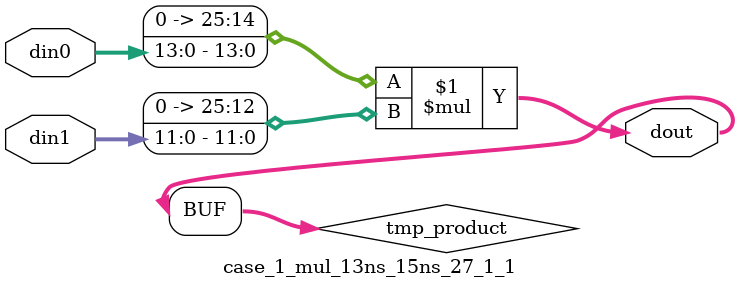
<source format=v>

`timescale 1 ns / 1 ps

 (* use_dsp = "no" *)  module case_1_mul_13ns_15ns_27_1_1(din0, din1, dout);
parameter ID = 1;
parameter NUM_STAGE = 0;
parameter din0_WIDTH = 14;
parameter din1_WIDTH = 12;
parameter dout_WIDTH = 26;

input [din0_WIDTH - 1 : 0] din0; 
input [din1_WIDTH - 1 : 0] din1; 
output [dout_WIDTH - 1 : 0] dout;

wire signed [dout_WIDTH - 1 : 0] tmp_product;
























assign tmp_product = $signed({1'b0, din0}) * $signed({1'b0, din1});











assign dout = tmp_product;





















endmodule

</source>
